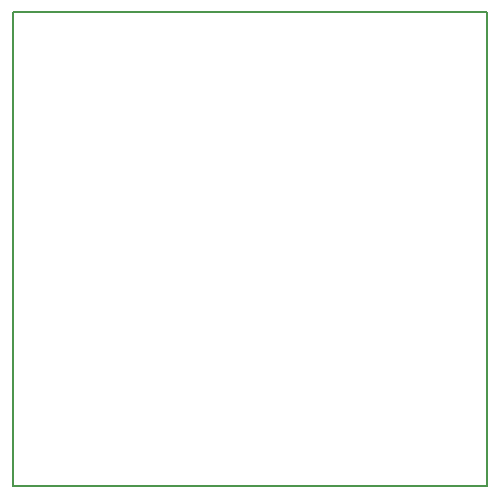
<source format=gbr>
%TF.GenerationSoftware,KiCad,Pcbnew,7.0.7-7.0.7~ubuntu23.04.1*%
%TF.CreationDate,2023-09-17T09:32:36+00:00*%
%TF.ProjectId,RTC02,52544330-322e-46b6-9963-61645f706362,rev?*%
%TF.SameCoordinates,Original*%
%TF.FileFunction,Profile,NP*%
%FSLAX46Y46*%
G04 Gerber Fmt 4.6, Leading zero omitted, Abs format (unit mm)*
G04 Created by KiCad (PCBNEW 7.0.7-7.0.7~ubuntu23.04.1) date 2023-09-17 09:32:36*
%MOMM*%
%LPD*%
G01*
G04 APERTURE LIST*
%TA.AperFunction,Profile*%
%ADD10C,0.150000*%
%TD*%
G04 APERTURE END LIST*
D10*
X254000Y254000D02*
X40386000Y254000D01*
X254000Y40386000D02*
X40386000Y40386000D01*
X254000Y254000D02*
X254000Y40386000D01*
X40386000Y40386000D02*
X40386000Y254000D01*
M02*

</source>
